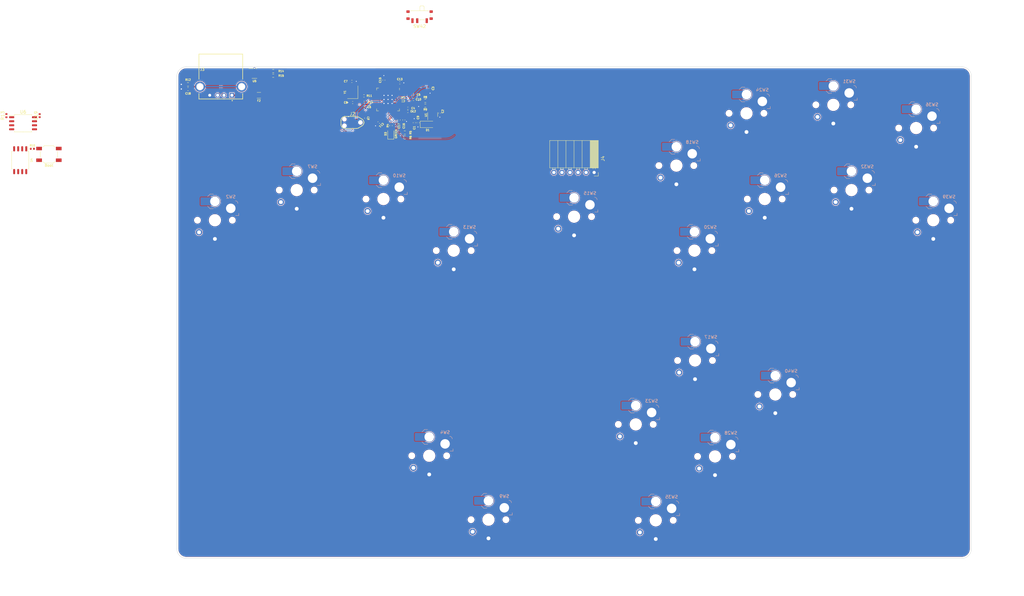
<source format=kicad_pcb>
(kicad_pcb (version 20221018) (generator pcbnew)
  (layers (0 "F.Cu" signal) (31 "B.Cu" signal) (34 "B.Paste" user) (35 "F.Paste" user) (36 "B.SilkS" user "B.Silkscreen") (37 "F.SilkS" user "F.Silkscreen") (38 "B.Mask" user) (39 "F.Mask" user) (44 "Edge.Cuts" user))
  (net 0 "")
  (net 1 "GND")
  (net 2 "+3V3")
  (net 3 "+5V")
  (net 4 "+1V1")
  (net 5 "XTAL_IN")
  (net 6 "/XTAL_O")
  (net 7 "Net-(D1-A)")
  (net 8 "3vCable")
  (net 9 "Net-(D3-A)")
  (net 10 "DATA")
  (net 11 "SWD")
  (net 12 "~{RESET}")
  (net 13 "SWCLK")
  (net 15 "PICO_LED")
  (net 16 "VBUS_SENSE")
  (net 17 "D+")
  (net 18 "/D_+")
  (net 19 "D-")
  (net 20 "/D_-")
  (net 21 "Net-(J3-Shield)")
  (net 22 "CS")
  (net 23 "XTAL_OUT")
  (net 24 "START")
  (net 26 "RIGHT")
  (net 27 "DOWN")
  (net 28 "LEFT")
  (net 29 "L")
  (net 30 "M1")
  (net 31 "M2")
  (net 33 "USBDBUS-")
  (net 35 "C_UP")
  (net 36 "C_LT")
  (net 37 "A")
  (net 38 "C_DN")
  (net 39 "C_RT")
  (net 40 "UP")
  (net 41 "MS")
  (net 42 "Z")
  (net 43 "LS")
  (net 44 "X")
  (net 45 "Y")
  (net 47 "B")
  (net 48 "R")
  (net 50 "SD3")
  (net 51 "QSPI_CLK")
  (net 52 "SD0")
  (net 53 "SD2")
  (net 54 "SD1")
  (net 55 "MB1")
  (net 56 "MB2")
  (net 57 "USBVBUS")
  (net 58 "USBDBUS+")
  (net 59 "USBD+")
  (net 60 "USBD-")
  (net 61 "Net-(R14-Pad1)")
  (net 62 "Net-(R15-Pad2)")
  (footprint "PCM_marbastlib-choc:SW_choc_v1_1u" (layer "F.Cu") (at 202.875825 36.338859)
    (fp_text reference "SW25" hide)
    (fp_text value "MX_SW_solder" hide)
  )
  (footprint "Resistor_SMD:R_0603_1608Metric" (layer "F.Cu") (at 26.7325 27.20875)
    (fp_text reference "R12")
    (fp_text value "1M")
  )
  (footprint "Capacitor_SMD:C_0402_1005Metric" (layer "F.Cu") (at 98.093113 39.3025 -90)
    (fp_text reference "C1")
    (fp_text value "1uF")
  )
  (footprint "PCM_marbastlib-choc:SW_choc_v1_1u" (layer "F.Cu") (at 35.216936 70.089677)
    (fp_text reference "SW3" hide)
    (fp_text value "MX_SW_solder" hide)
  )
  (footprint "Capacitor_SMD:C_0402_1005Metric" (layer "F.Cu") (at 86.90222 39.2685 -135)
    (fp_text reference "C11")
    (fp_text value "100nF")
  )
  (footprint "PCM_marbastlib-choc:SW_choc_v1_1u" (layer "F.Cu") (at 235.982189 60.57312)
    (fp_text reference "SW33" hide)
    (fp_text value "MX_SW_solder" hide)
  )
  (footprint "PCM_marbastlib-choc:SW_choc_v1_1u" (layer "F.Cu") (at 261.783063 70.089677)
    (fp_text reference "SW38" hide)
    (fp_text value "MX_SW_solder" hide)
  )
  (footprint "Capacitor_SMD:C_0402_1005Metric" (layer "F.Cu") (at 93.522095 26.72725)
    (fp_text reference "C13")
    (fp_text value "100nF")
  )
  (footprint "Capacitor_SMD:C_0402_1005Metric" (layer "F.Cu") (at 97.855863 31.9625)
    (fp_text reference "C10")
    (fp_text value "1uF")
  )
  (footprint "Resistor_SMD:R_0402_1005Metric" (layer "F.Cu") (at 82.234863 30.8195)
    (fp_text reference "R11")
    (fp_text value "1k")
  )
  (footprint "Capacitor_SMD:C_0402_1005Metric" (layer "F.Cu") (at 94.807863 38.4395 -90)
    (fp_text reference "C16")
    (fp_text value "100nF")
  )
  (footprint "Capacitor_SMD:C_0402_1005Metric" (layer "F.Cu") (at 82.234863 32.8515 180)
    (fp_text reference "C14")
    (fp_text value "100nF")
  )
  (footprint "Capacitor_SMD:C_0402_1005Metric" (layer "F.Cu") (at 93.283863 38.4395 -90)
    (fp_text reference "C17")
    (fp_text value "100nF")
  )
  (footprint "Capacitor_SMD:C_0402_1005Metric" (layer "F.Cu") (at 99.293113 39.3025 90)
    (fp_text reference "C9")
    (fp_text value "10uF")
  )
  (footprint "Capacitor_SMD:C_0402_1005Metric" (layer "F.Cu") (at 103.078113 28.4825 -90)
    (fp_text reference "C3")
    (fp_text value "100nF")
  )
  (footprint "PCM_marbastlib-choc:SW_choc_v1_1u" (layer "F.Cu") (at 61.017811 60.57312)
    (fp_text reference "SW6" hide)
    (fp_text value "MX_SW_solder" hide)
  )
  (footprint "PCM_marbastlib-choc:SW_choc_v1_1u" (layer "F.Cu") (at 186.463679 79.678947)
    (fp_text reference "SW21" hide)
    (fp_text value "MX_SW_solder" hide)
  )
  (footprint "Package_SO:SOIC-8_5.23x5.23mm_P1.27mm" (layer "F.Cu") (at -25.28 39.48)
    (fp_text reference "U6")
    (fp_text value "W25Q128JVS")
  )
  (footprint "PCM_marbastlib-choc:SW_choc_v1_1u" (layer "F.Cu") (at 167.953763 134.533816)
    (fp_text reference "SW22" hide)
    (fp_text value "MX_SW_solder" hide)
  )
  (footprint "PCM_marbastlib-various:CON_TC2030_outlined" (layer "F.Cu") (at 78.598113 39.2325 180)
    (fp_text reference "J2")
    (fp_text value "JTAG_TC2030")
  )
  (footprint "Connector_PinSocket_2.54mm:PinSocket_1x06_P2.54mm_Horizontal" (layer "F.Cu") (at 154.825 55.01 -90)
    (fp_text reference "J4")
    (fp_text value "Conn_01x06")
  )
  (footprint "Crystal:Crystal_SMD_3225-4Pin_3.2x2.5mm" (layer "F.Cu") (at 78.678863 29.6765 90)
    (fp_text reference "Y1")
    (fp_text value "12MHz")
  )
  (footprint "Resistor_SMD:R_0603_1608Metric" (layer "F.Cu") (at 95.113113 42.4125 180)
    (fp_text reference "R5")
    (fp_text value "5.6k")
  )
  (footprint "PCM_marbastlib-choc:SW_choc_v1_1u" (layer "F.Cu") (at 211.963852 125.087092)
    (fp_text reference "SW41" hide)
    (fp_text value "MX_SW_solder" hide)
  )
  (footprint "Resistor_SMD:R_0603_1608Metric" (layer "F.Cu") (at 53.61 24.47 180)
    (fp_text reference "R15")
    (fp_text value "22")
  )
  (footprint "Resistor_SMD:R_0402_1005Metric" (layer "F.Cu") (at -30.545 37.07 90)
    (fp_text reference "R13")
    (fp_text value "10k")
  )
  (footprint "Diode_SMD:D_SOD-123" (layer "F.Cu") (at 102.308113 39.8325)
    (fp_text reference "D1")
    (fp_text value "Schottky Diode")
  )
  (footprint "Capacitor_SMD:C_0402_1005Metric" (layer "F.Cu") (at 97.855863 30.4385)
    (fp_text reference "C5")
    (fp_text value "100nF")
  )
  (footprint "Capacitor_SMD:C_0402_1005Metric" (layer "F.Cu") (at 88.494799 25.873645 90)
    (fp_text reference "C15")
    (fp_text value "100nF")
  )
  (footprint "Resistor_SMD:R_0402_1005Metric" (layer "F.Cu") (at -22.36 47.54 180)
    (fp_text reference "R10")
    (fp_text value "10k")
  )
  (footprint "Capacitor_SMD:C_0402_1005Metric" (layer "F.Cu") (at 78.663095 32.95025)
    (fp_text reference "C8")
    (fp_text value "22pF")
  )
  (footprint "Capacitor_SMD:C_0402_1005Metric" (layer "F.Cu") (at 106.138113 36.2825 90)
    (fp_text reference "C2")
    (fp_text value "1uF")
  )
  (footprint "footprints:RP2040-QFN-56" (layer "F.Cu") (at 89.823113 31.9625 -90)
    (fp_text reference "U3")
    (fp_text value "RP2040")
  )
  (footprint "Resistor_SMD:R_0603_1608Metric" (layer "F.Cu") (at 101.578113 33.9225 180)
    (fp_text reference "R9")
    (fp_text value "27")
  )
  (footprint "USB1130-15-A:GCT_USB1130-15-A_REVA" (layer "F.Cu") (at 37.08 27.92875 180)
    (fp_text reference "J3")
    (fp_text value "USB_A")
  )
  (footprint "PCM_marbastlib-choc:SW_choc_v1_1u" (layer "F.Cu") (at 256.38124 40.987749)
    (fp_text reference "SW37" hide)
    (fp_text value "MX_SW_solder" hide)
  )
  (footprint "Capacitor_SMD:C_0402_1005Metric" (layer "F.Cu") (at -20.055 37.07 90)
    (fp_text reference "C19")
    (fp_text value "100nF")
  )
  (footprint "PCM_marbastlib-choc:SW_choc_v1_1u" (layer "F.Cu") (at 102.811398 144.437284)
    (fp_text reference "SW5" hide)
    (fp_text value "MX_SW_solder" hide)
  )
  (footprint "Package_TO_SOT_SMD:SOT-23" (layer "F.Cu") (at 103.898113 36.735 90)
    (fp_text reference "U1")
    (fp_text value "XC6206")
  )
  (footprint "Resistor_SMD:R_0402_1005Metric" (layer "F.Cu") (at 90.73 40.22278 -90)
    (fp_text reference "R4")
    (fp_text value "10k")
  )
  (footprint "PCM_marbastlib-choc:SW_choc_v1_1u" (layer "F.Cu") (at 208.62789 63.400195)
    (fp_text reference "SW27" hide)
    (fp_text value "MX_SW_solder" hide)
  )
  (footprint "LED_SMD:LED_0805_2012Metric" (layer "F.Cu") (at 90.7 42.83278 90)
    (fp_text reference "D3")
    (fp_text value "GREEN")
  )
  (footprint "PCM_marbastlib-choc:SW_choc_v1_1u" (layer "F.Cu") (at 88.372109 63.400195)
    (fp_text reference "SW11" hide)
    (fp_text value "MX_SW_solder" hide)
  )
  (footprint "Resistor_SMD:R_0603_1608Metric" (layer "F.Cu") (at 53.61 23.01)
    (fp_text reference "R14")
    (fp_text value "22")
  )
  (footprint "Button_Switch_SMD:SW_SPDT_PCM12" (layer "F.Cu") (at 99.775 5.67 180)
    (fp_text reference "SW42")
    (fp_text value "SW_SPDT")
  )
  (footprint "Capacitor_SMD:C_0603_1608Metric" (layer "F.Cu") (at 26.7325 28.66875 180)
    (fp_text reference "C18")
    (fp_text value "4.7uf")
  )
  (footprint "Resistor_SMD:R_0603_1608Metric" (layer "F.Cu") (at 101.578113 32.3925 180)
    (fp_text reference "R8")
    (fp_text value "27")
  )
  (footprint "PCM_marbastlib-choc:SW_choc_v1_1u" (layer "F.Cu") (at 186.642364 114.359918)
    (fp_text reference "SW16" hide)
    (fp_text value "MX_SW_solder" hide)
  )
  (footprint "PCM_marbastlib-choc:SW_choc_v1_1u" (layer "F.Cu") (at 192.945651 144.645282)
    (fp_text reference "SW29" hide)
    (fp_text value "MX_SW_solder" hide)
  )
  (footprint "Fuse:Fuse_1206_3216Metric" (layer "F.Cu") (at 49.1 30.65)
    (fp_text reference "F2")
    (fp_text value "500 mA")
  )
  (footprint "PCM_marbastlib-choc:SW_choc_v1_1u" (layer "F.Cu") (at 110.53632 79.678947)
    (fp_text reference "SW12" hide)
    (fp_text value "MX_SW_solder" hide)
  )
  (footprint "Package_TO_SOT_SMD:SOT-23-6" (layer "F.Cu") (at 47.6925 23.74875)
    (fp_text reference "U5")
    (fp_text value "USBLC6-2SC6")
  )
  (footprint "PCM_marbastlib-choc:SW_choc_v1_1u" (layer "F.Cu") (at 121.5 164.611183)
    (fp_text reference "SW8" hide)
    (fp_text value "MX_SW_solder" hide)
  )
  (footprint "Button_Switch_SMD:SW_SPST_SKQG_WithStem" (layer "F.Cu") (at -17.14 49.3 180)
    (fp_text reference "SW1" hide)
    (fp_text value "Boot")
  )
  (footprint "Capacitor_SMD:C_0402_1005Metric" (layer "F.Cu") (at 82.234863 34.3755 180)
    (fp_text reference "C6")
    (fp_text value "100nF")
  )
  (footprint "Capacitor_SMD:C_0402_1005Metric" (layer "F.Cu") (at 78.409095 26.2475 180)
    (fp_text reference "C7")
    (fp_text value "22pF")
  )
  (footprint "Capacitor_SMD:C_0402_1005Metric" (layer "F.Cu") (at 96.062095 35.74425)
    (fp_text reference "C12")
    (fp_text value "100nF")
  )
  (footprint "PCM_marbastlib-choc:SW_choc_v1_1u" (layer "F.Cu") (at 148.5 68.96)
    (fp_text reference "SW14" hide)
    (fp_text value "MX_SW_solder" hide)
  )
  (footprint "PCM_marbastlib-choc:SW_choc_v1_1u" (layer "F.Cu") (at 174.257052 164.819183)
    (fp_text reference "SW34" hide)
    (fp_text value "MX_SW_solder" hide)
  )
  (footprint "PCM_marbastlib-choc:SW_choc_v1_1u" (layer "F.Cu") (at 230.262548 33.664328)
    (fp_text reference "SW30" hide)
    (fp_text value "MX_SW_solder" hide)
  )
  (footprint "PCM_marbastlib-choc:SW_choc_v1_1u" (layer "F.Cu") (at 180.760071 52.845581)
    (fp_text reference "SW19" hide)
    (fp_text value "MX_SW_solder" hide)
  )
  (footprint "Resistor_SMD:R_0603_1608Metric" (layer "F.Cu") (at 95.113113 43.9525)
    (fp_text reference "R6")
    (fp_text value "10k")
  )
  (footprint "Capacitor_SMD:C_0402_1005Metric" (layer "F.Cu") (at 96.062095 34.72825)
    (fp_text reference "C4")
    (fp_text value "1uF")
  )
  (footprint "Resistor_SMD:R_0402_1005Metric" (layer "F.Cu") (at 82.788113 37.8825 90)
    (fp_text reference "R7")
    (fp_text value "10k")
  )
  (footprint "Package_SO:SOIC-8_5.23x5.23mm_P1.27mm" (layer "F.Cu") (at -26.19 51.14 -90)
    (fp_text reference "U4")
    (fp_text value "W25Q128JVS")
  )
  (footprint "PCM_marbastlib-choc:SW_choc_v1_HS_1u" (layer "B.Cu") (at 186.642364 114.359918)
    (fp_text reference "SW17")
    (fp_text value "MX_SW_HS" hide)
  )
  (footprint "PCM_marbastlib-choc:SW_choc_v1_HS_1u" (layer "B.Cu") (at 261.783063 70.089677)
    (fp_text reference "SW39")
    (fp_text value "MX_SW_HS" hide)
  )
  (footprint "PCM_marbastlib-choc:SW_choc_v1_HS_1u" (layer "B.Cu") (at 211.963852 125.087092)
    (fp_text reference "SW40")
    (fp_text value "MX_SW_HS" hide)
  )
  (footprint "PCM_marbastlib-choc:SW_choc_v1_HS_1u" (layer "B.Cu") (at 235.982189 60.57312)
    (fp_text reference "SW32")
    (fp_text value "MX_SW_HS" hide)
  )
  (footprint "PCM_marbastlib-choc:SW_choc_v1_HS_1u" (layer "B.Cu") (at 180.760071 52.845581)
    (fp_text reference "SW18")
    (fp_text value "MX_SW_HS" hide)
  )
  (footprint "PCM_marbastlib-choc:SW_choc_v1_HS_1u" (layer "B.Cu") (at 88.372109 63.400195)
    (fp_text reference "SW10")
    (fp_text value "MX_SW_HS" hide)
  )
  (footprint "PCM_marbastlib-choc:SW_choc_v1_HS_1u" (layer "B.Cu") (at 208.62789 63.400195)
    (fp_text reference "SW26")
    (fp_text value "MX_SW_HS" hide)
  )
  (footprint "PCM_marbastlib-choc:SW_choc_v1_HS_1u" (layer "B.Cu") (at 256.38124 40.987749)
    (fp_text reference "SW36")
    (fp_text value "MX_SW_HS" hide)
  )
  (footprint "PCM_marbastlib-choc:SW_choc_v1_HS_1u" (layer "B.Cu") (at 148.5 68.96)
    (fp_text reference "SW15")
    (fp_text value "MX_SW_HS" hide)
  )
  (footprint "PCM_marbastlib-choc:SW_choc_v1_HS_1u" (layer "B.Cu") (at 230.262548 33.664328)
    (fp_text reference "SW31")
    (fp_text value "MX_SW_HS" hide)
  )
  (footprint "PCM_marbastlib-choc:SW_choc_v1_HS_1u" (layer "B.Cu") (at 61.017811 60.57312)
    (fp_text reference "SW7")
    (fp_text value "MX_SW_HS" hide)
  )
  (footprint "PCM_marbastlib-choc:SW_choc_v1_HS_1u" (layer "B.Cu") (at 202.875825 36.338859)
    (fp_text reference "SW24")
    (fp_text value "MX_SW_HS" hide)
  )
  (footprint "PCM_marbastlib-choc:SW_choc_v1_HS_1u" (layer "B.Cu") (at 174.257052 164.819183)
    (fp_text reference "SW35")
    (fp_text value "MX_SW_HS" hide)
  )
  (footprint "PCM_marbastlib-choc:SW_choc_v1_HS_1u" (layer "B.Cu") (at 102.811398 144.437284)
    (fp_text reference "SW4")
    (fp_text value "MX_SW_HS" hide)
  )
  (footprint "PCM_marbastlib-choc:SW_choc_v1_HS_1u" (layer "B.Cu") (at 35.216936 70.089677)
    (fp_text reference "SW2")
    (fp_text value "MX_SW_HS" hide)
  )
  (footprint "PCM_marbastlib-choc:SW_choc_v1_HS_1u" (layer "B.Cu") (at 110.53632 79.678947)
    (fp_text reference "SW13")
    (fp_text value "MX_SW_HS" hide)
  )
  (footprint "PCM_marbastlib-choc:SW_choc_v1_HS_1u" (layer "B.Cu") (at 192.945651 144.645282)
    (fp_text reference "SW28")
    (fp_text value "MX_SW_HS" hide)
  )
  (footprint "PCM_marbastlib-choc:SW_choc_v1_HS_1u" (layer "B.Cu") (at 121.5 164.611183)
    (fp_text reference "SW9")
    (fp_text value "MX_SW_HS" hide)
  )
  (footprint "PCM_marbastlib-choc:SW_choc_v1_HS_1u" (layer "B.Cu") (at 186.463679 79.678947)
    (fp_text reference "SW20")
    (fp_text value "MX_SW_HS" hide)
  )
  (footprint "PCM_marbastlib-choc:SW_choc_v1_HS_1u" (layer "B.Cu") (at 167.953763 134.533816)
    (fp_text reference "SW23")
    (fp_text value "MX_SW_HS" hide)
  )
  (gr_arc (start 273.783063 173.819183) (mid 272.904387 175.940501) (end 270.783063 176.819183) (stroke (width 0.1)) (layer "Edge.Cuts"))
  (gr_line (start 26.216936 21.664328) (end 270.783063 21.664328) (stroke (width 0.1)) (layer "Edge.Cuts"))
  (gr_arc (start 23.216936 24.664328) (mid 24.095616 22.543008) (end 26.216936 21.664328) (stroke (width 0.1)) (layer "Edge.Cuts"))
  (gr_arc (start 26.216936 176.819183) (mid 24.095616 175.940503) (end 23.216936 173.819183) (stroke (width 0.1)) (layer "Edge.Cuts"))
  (gr_line (start 273.783063 24.664328) (end 273.783063 173.819183) (stroke (width 0.1)) (layer "Edge.Cuts"))
  (gr_arc (start 270.783063 21.664328) (mid 272.904383 22.543008) (end 273.783063 24.664328) (stroke (width 0.1)) (layer "Edge.Cuts"))
  (gr_line (start 26.216936 176.819183) (end 270.783063 176.819183) (stroke (width 0.1)) (layer "Edge.Cuts"))
  (gr_line (start 23.216936 24.664328) (end 23.216936 173.819183) (stroke (width 0.1)) (layer "Edge.Cuts"))
  (via (at 80.822095 33.58525) (size 0.6) (drill 0.3) (layers "F.Cu" "B.Cu") (net 0))
  (segment (start 25.9075 28.61875) (end 25.9575 28.66875) (width 0.5) (layer "F.Cu") (net 1))
  (segment (start 85.88622 40.2845) (end 86.562809 39.607911) (width 0.2) (layer "F.Cu") (net 1))
  (segment (start 47.675 23.15) (end 47.675 22.125) (width 0.5) (layer "F.Cu") (net 1))
  (segment (start 86.385613 30.9625) (end 85.664584 30.9625) (width 0.2) (layer "F.Cu") (net 1))
  (segment (start 46.555 23.74875) (end 47.116028 23.74875) (width 0.5) (layer "F.Cu") (net 1))
  (segment (start 77.328113 38.5975) (end 77.328113 37.395239) (width 0.25) (layer "F.Cu") (net 1))
  (segment (start 78.183095 32.95025) (end 77.139095 32.95025) (width 0.381) (layer "F.Cu") (net 1))
  (segment (start 103.078113 28.9625) (end 103.078113 29.9725) (width 0.5) (layer "F.Cu") (net 1))
  (segment (start 98.093113 38.8225) (end 98.093113 38.0425) (width 0.5) (layer "F.Cu") (net 1))
  (segment (start 78.183095 32.95025) (end 78.183095 31.130732) (width 0.381) (layer "F.Cu") (net 1))
  (segment (start 25.9075 27.20875) (end 24.6225 27.20875) (width 0.5) (layer "F.Cu") (net 1))
  (segment (start 84.920772 30.654403) (end 81.014294 26.747925) (width 0.2) (layer "F.Cu") (net 1))
  (segment (start 106.138113 37.5425) (end 106.148113 37.5525) (width 0.5) (layer "F.Cu") (net 1))
  (segment (start 99.293113 38.8225) (end 98.093113 38.8225) (width 0.5) (layer "F.Cu") (net 1))
  (segment (start 79.806095 26.2475) (end 78.889095 26.2475) (width 0.381) (layer "F.Cu") (net 1))
  (segment (start 88.494799 25.393645) (end 88.494799 24.436804) (width 0.381) (layer "F.Cu") (net 1))
  (segment (start 25.9575 28.66875) (end 24.6325 28.66875) (width 0.5) (layer "F.Cu") (net 1))
  (segment (start 95.648113 38.91925) (end 94.808113 38.91925) (width 0.381) (layer "F.Cu") (net 1))
  (segment (start 98.335863 30.4385) (end 98.335863 31.9625) (width 0.5) (layer "F.Cu") (net 1))
  (segment (start 94.002095 26.72725) (end 94.792095 26.72725) (width 0.381) (layer "F.Cu") (net 1))
  (segment (start 98.093113 38.0425) (end 98.083113 38.0325) (width 0.5) (layer "F.Cu") (net 1))
  (segment (start 47.675 23.189778) (end 47.675 23.15) (width 0.5) (layer "F.Cu") (net 1))
  (segment (start 94.807863 38.9195) (end 93.283863 38.9195) (width 0.381) (layer "F.Cu") (net 1))
  (segment (start 106.138113 36.7625) (end 106.138113 37.5425) (width 0.5) (layer "F.Cu") (net 1))
  (segment (start 96.542095 35.74425) (end 97.459095 35.74425) (width 0.2) (layer "F.Cu") (net 1))
  (segment (start 25.9075 27.20875) (end 25.9075 28.61875) (width 0.5) (layer "F.Cu") (net 1))
  (segment (start 77.828863 30.529522) (end 79.528863 28.829522) (width 0.254) (layer "F.Cu") (net 1))
  (segment (start 47.116028 23.74875) (end 47.675 23.189778) (width 0.5) (layer "F.Cu") (net 1))
  (via (at 99.47522 34.1885) (size 0.6) (drill 0.3) (layers "F.Cu" "B.Cu") (net 1))
  (via (at 88.494799 24.436804) (size 0.6) (drill 0.3) (layers "F.Cu" "B.Cu") (net 1))
  (via (at 47.675 22.125) (size 0.6) (drill 0.3) (layers "F.Cu" "B.Cu") (net 1))
  (via (at 24.6225 27.20875) (size 0.8) (drill 0.4) (layers "F.Cu" "B.Cu") (net 1))
  (via (at 95.648113 38.91925) (size 0.6) (drill 0.3) (layers "F.Cu" "B.Cu") (net 1))
  (via (at 99.47522 32.2835) (size 0.6) (drill 0.3) (layers "F.Cu" "B.Cu") (net 1))
  (via (at 99.243113 40.6425) (size 0.6) (drill 0.3) (layers "F.Cu" "B.Cu") (net 1))
  (via (at 77.139095 32.95025) (size 0.6) (drill 0.3) (layers "F.Cu" "B.Cu") (net 1))
  (via (at 77.328113 37.395239) (size 0.6) (drill 0.3) (layers "F.Cu" "B.Cu") (net 1))
  (via (at 98.983095 31.17225) (size 0.6) (drill 0.3) (layers "F.Cu" "B.Cu") (net 1))
  (via (at 79.806095 26.2475) (size 0.6) (drill 0.3) (layers "F.Cu" "B.Cu") (net 1))
  (via (at 103.088113 29.9825) (size 0.6) (drill 0.3) (layers "F.Cu" "B.Cu") (net 1))
  (via (at 97.459095 35.74425) (size 0.6) (drill 0.3) (layers "F.Cu" "B.Cu") (net 1))
  (via (at 94.792095 26.72725) (size 0.6) (drill 0.3) (layers "F.Cu" "B.Cu") (net 1))
  (via (at 85.88622 40.2845) (size 0.6) (drill 0.3) (layers "F.Cu" "B.Cu") (net 1))
  (via (at 24.6325 28.66875) (size 0.8) (drill 0.4) (layers "F.Cu" "B.Cu") (net 1))
  (via (at 106.148113 37.5525) (size 0.6) (drill 0.3) (layers "F.Cu" "B.Cu") (net 1))
  (via (at 98.083113 38.0325) (size 0.6) (drill 0.3) (layers "F.Cu" "B.Cu") (net 1))
  (arc (start 85.664584 30.9625) (mid 85.262036 30.882428) (end 84.920772 30.654403) (width 0.2) (layer "F.Cu") (net 1))
  (arc (start 79.806095 26.2475) (mid 80.459997 26.377556) (end 81.014294 26.747925) (width 0.2) (layer "F.Cu") (net 1))
  (segment (start 88.548113 30.6875) (end 88.848113 30.9875) (width 0.635) (layer "B.Cu") (net 1))
  (segment (start 88.848113 30.9875) (end 88.848113 32.9375) (width 0.635) (layer "B.Cu") (net 1))
  (segment (start 88.548113 33.2375) (end 91.098113 33.2375) (width 0.635) (layer "B.Cu") (net 1))
  (segment (start 89.823113 33.2375) (end 89.823113 30.6875) (width 0.635) (layer "B.Cu") (net 1))
  (segment (start 91.098113 31.9625) (end 88.548113 31.9625) (width 0.635) (layer "B.Cu") (net 1))
  (segment (start 88.848113 32.9375) (end 88.548113 33.2375) (width 0.635) (layer "B.Cu") (net 1))
  (segment (start 88.548113 30.6875) (end 91.098113 30.6875) (width 0.635) (layer "B.Cu") (net 1))
  (segment (start 91.098113 33.2375) (end 91.098113 30.6875) (width 0.635) (layer "B.Cu") (net 1))
  (segment (start 95.582095 35.74425) (end 95.582095 36.572991) (width 0.5) (layer "F.Cu") (net 2))
  (segment (start 92.423113 34.53075) (end 92.394863 34.5025) (width 0.2) (layer "F.Cu") (net 2))
  (segment (start 92.423113 35.4) (end 92.423113 34.53075) (width 0.2) (layer "F.Cu") (net 2))
  (segment (start 100.658113 39.8325) (end 98.143113 39.8325) (width 0.5) (layer "F.Cu") (net 2))
  (segment (start 94.172863 32.3435) (end 94.10902 32.279657) (width 0.2) (layer "F.Cu") (net 2))
  (segment (start 96.855113 32.18825) (end 97.080863 31.9625) (width 0.2) (layer "F.Cu") (net 2))
  (segment (start 93.283863 37.6645) (end 93.283863 37.9595) (width 0.381) (layer "F.Cu") (net 2))
  (segment (start 88.823113 28.525) (end 88.823113 27.92778) (width 0.2) (layer "F.Cu") (net 2))
  (segment (start 94.693238 34.855393) (end 95.582095 35.74425) (width 0.2) (layer "F.Cu") (net 2))
  (segment (start 88.823113 27.92778) (end 88.823113 27.575893) (width 0.2) (layer "F.Cu") (net 2))
  (segment (start 93.260613 34.5625) (end 92.461863 34.5625) (width 0.2) (layer "F.Cu") (net 2))
  (segment (start 92.394863 34.5025) (end 92.734863 34.1625) (width 0.2) (layer "F.Cu") (net 2))
  (segment (start 94.175713 32.34065) (end 94.172863 32.3435) (width 0.2) (layer "F.Cu") (net 2))
  (segment (start 92.423113 29.692268) (end 92.506095 29.77525) (width 0.2) (layer "F.Cu") (net 2))
  (segment (start 92.423113 35.4) (end 92.423113 36.389536) (width 0.2) (layer "F.Cu") (net 2))
  (segment (start 83.616095 32.31525) (end 83.079845 32.8515) (width 0.5) (layer "F.Cu") (net 2))
  (segment (start 86.385613 32.1625) (end 87.114863 32.1625) (width 0.2) (layer "F.Cu") (net 2))
  (segment (start 93.260613 32.5625) (end 92.666863 32.5625) (width 0.2) (layer "F.Cu") (net 2))
  (segment (start 83.616095 32.31525) (end 83.768845 32.1625) (width 0.2) (layer "F.Cu") (net 2))
  (segment (start 93.260613 32.1625) (end 92.404845 32.1625) (width 0.2) (layer "F.Cu") (net 2))
  (segment (start 92.404845 32.1625) (end 92.379095 32.18825) (width 0.2) (layer "F.Cu") (net 2))
  (segment (start 93.260613 34.5625) (end 93.986131 34.5625) (width 0.2) (layer "F.Cu") (net 2))
  (segment (start 83.768845 32.1625) (end 86.385613 32.1625) (width 0.2) (layer "F.Cu") (net 2))
  (segment (start 93.260613 32.5625) (end 93.788178 32.5625) (width 0.2) (layer "F.Cu") (net 2))
  (segment (start 101.735852 41.076847) (end 100.658113 39.999108) (width 0.5) (layer "F.Cu") (net 2))
  (segment (start 92.423113 28.525) (end 92.423113 27.760446) (width 0.2) (layer "F.Cu") (net 2))
  (segment (start 88.475 27.22778) (end 88.475 26.392661) (width 0.381) (layer "F.Cu") (net 2))
  (segment (start 96.241541 38.165035) (end 97.859006 39.7825) (width 0.5) (layer "F.Cu") (net 2))
  (segment (start 92.716006 37.096643) (end 93.283863 37.6645) (width 0.2) (layer "F.Cu") (net 2))
  (segment (start 98.143113 39.8325) (end 98.093113 39.7825) (width 0.5) (layer "F.Cu") (net 2))
  (segment (start 93.826178 32.1625) (end 93.260613 32.1625) (width 0.2) (layer "F.Cu") (net 2))
  (segment (start 100.658113 39.999108) (end 100.658113 39.8325) (width 0.5) (layer "F.Cu") (net 2))
  (segment (start 93.260613 34.1625) (end 93.660613 34.5625) (width 0.2) (layer "F.Cu") (net 2))
  (segment (start 79.848113 37.795239) (end 79.848113 38.5775) (width 0.5) (layer "F.Cu") (net 2))
  (segment (start 88.823113 35.4) (end 88.823113 36.988388) (width 0.2) (layer "F.Cu") (net 2))
  (segment (start 92.423113 28.525) (end 92.423113 29.692268) (width 0.2) (layer "F.Cu") (net 2))
  (segment (start 80.96658 38.1425) (end 82.184651 38.1425) (width 0.5) (layer "F.Cu") (net 2))
  (segment (start 88.569095 37.601625) (end 87.241631 38.929089) (width 0.381) (layer "F.Cu") (net 2))
  (segment (start 102.048113 28.0025) (end 103.078113 28.0025) (width 0.5) (layer "F.Cu") (net 2))
  (segment (start 96.443095 32.18825) (end 96.855113 32.18825) (width 0.2) (layer "F.Cu") (net 2))
  (segment (start 88.823113 29.27975) (end 88.838863 29.2955) (width 0.2) (layer "F.Cu") (net 2))
  (segment (start 92.734863 34.1625) (end 93.260613 34.1625) (width 0.2) (layer "F.Cu") (net 2))
  (segment (start 83.079845 32.8515) (end 82.714863 32.8515) (width 0.5) (layer "F.Cu") (net 2))
  (segment (start 92.461863 34.5625) (end 92.394863 34.6295) (width 0.2) (layer "F.Cu") (net 2))
  (segment (start 97.859006 39.7825) (end 98.093113 39.7825) (width 0.5) (layer "F.Cu") (net 2))
  (segment (start 88.823113 27.575893) (end 88.475 27.22778) (width 0.2) (layer "F.Cu") (net 2))
  (segment (start 94.807863 37.9595) (end 93.283863 37.9595) (width 0.381) (layer "F.Cu") (net 2))
  (segment (start 94.071021 32.445342) (end 94.172863 32.3435) (width 0.2) (layer "F.Cu") (net 2))
  (segment (start 88.823113 28.525) (end 88.823113 29.27975) (width 0.2) (layer "F.Cu") (net 2))
  (segment (start 105.588113 42.2125) (end 104.687428 42.2125) (width 0.5) (layer "F.Cu") (net 2))
  (segment (start 96.443095 32.18825) (end 96.290695 32.34065) (width 0.2) (layer "F.Cu") (net 2))
  (segment (start 96.290695 32.34065) (end 94.175713 32.34065) (width 0.2) (layer "F.Cu") (net 2))
  (segment (start 88.823113 35.4) (end 88.823113 34.5275) (width 0.2) (layer "F.Cu") (net 2))
  (segment (start 92.716006 27.053339) (end 93.042095 26.72725) (width 0.2) (layer "F.Cu") (net 2))
  (via (at 102.048113 28.0025) (size 0.6) (drill 0.3) (layers "F.Cu" "B.Cu") (net 2))
  (via (at 96.443095 32.18825) (size 0.6) (drill 0.3) (layers "F.Cu" "B.Cu") (net 2))
  (via (at 83.616095 32.31525) (size 0.6) (drill 0.3) (layers "F.Cu" "B.Cu") (net 2))
  (via (at 79.848113 37.795239) (size 0.6) (drill 0.3) (layers "F.Cu" "B.Cu") (net 2))
  (arc (start 104.687428 42.2125) (mid 103.106689 41.918194) (end 101.735852 41.076847) (width 0.5) (layer "F.Cu") (net 2))
  (arc (start 92.423113 36.389536) (mid 92.499233 36.772219) (end 92.716006 37.096643) (width 0.2) (layer "F.Cu") (net 2))
  (arc (start 92.716006 27.053339) (mid 92.499233 27.377762) (end 92.423113 27.760446) (width 0.2) (layer "F.Cu") (net 2))
  (arc (start 80.96658 38.1425) (mid 80.372094 38.260751) (end 79.868113 38.5975) (width 0.5) (layer "F.Cu") (net 2))
  (arc (start 93.788178 32.5625) (mid 93.941252 32.532052) (end 94.071021 32.445342) (width 0.2) (layer "F.Cu") (net 2))
  (arc (start 82.788113 38.3925) (mid 82.511208 38.207457) (end 82.184651 38.1425) (width 0.5) (layer "F.Cu") (net 2))
  (arc (start 94.693238 34.855393) (mid 94.368815 34.63862) (end 93.986131 34.5625) (width 0.2) (layer "F.Cu") (net 2))
  (arc (start 93.826178 32.1625) (mid 93.979251 32.192948) (end 94.10902 32.279657) (width 0.2) (layer "F.Cu") (net 2))
  (arc (start 96.241541 38.165035) (mid 95.753479 37.434599) (end 95.582095 36.572991) (width 0.5) (layer "F.Cu") (net 2))
  (arc (start 88.569095 37.601625) (mid 88.7571 37.320262) (end 88.823113 36.988388) (width 0.2) (layer "F.Cu") (net 2))
  (segment (start 79.848113 36.497446) (end 79.848113 37.795239) (width 0.5) (layer "B.Cu") (net 2))
  (segment (start 83.616095 32.31525) (end 80.141006 35.790339) (width 0.5) (layer "B.Cu") (net 2))
  (segment (start 99.625275 29.00607) (end 96.443095 32.18825) (width 0.5) (layer "B.Cu") (net 2))
  (arc (start 80.141006 35.790339) (mid 79.924233 36.114762) (end 79.848113 36.497446) (width 0.5) (layer "B.Cu") (net 2))
  (arc (start 102.048113 28.0025) (mid 100.736881 28.263319) (end 99.625275 29.00607) (width 0.5) (layer "B.Cu") (net 2))
  (segment (start 98.500905 43.185292) (end 98.255321 42.939708) (width 0.5) (layer "F.Cu") (net 3))
  (segment (start 106.388113 43.7125) (end 99.773697 43.7125) (width 0.5) (layer "F.Cu") (net 3))
  (segment (start 107.388113 37.4925) (end 107.388113 37.1225) (width 0.5) (layer "F.Cu") (net 3))
  (segment (start 107.398113 36.7875) (end 107.388113 36.7975) (width 0.2) (layer "F.Cu") (net 3))
  (segment (start 96.982529 42.4125) (end 95.938113 42.4125) (width 0.5) (layer "F.Cu") (net 3))
  (segment (start 107.388113 37.1225) (end 107.388113 42.7125) (width 0.5) (layer "F.Cu") (net 3))
  (segment (start 106.388113 35.7975) (end 103.898113 35.7975) (width 0.5) (layer "F.Cu") (net 3))
  (segment (start 107.388113 37.1225) (end 107.388113 36.7975) (width 0.5) (layer "F.Cu") (net 3))
  (arc (start 98.500905 43.185292) (mid 99.084867 43.575483) (end 99.773697 43.7125) (width 0.5) (layer "F.Cu") (net 3))
  (arc (start 98.255321 42.939708) (mid 97.671359 42.549517) (end 96.982529 42.4125) (width 0.5) (layer "F.Cu") (net 3))
  (arc (start 107.388113 42.7125) (mid 107.09522 43.419607) (end 106.388113 43.7125) (width 0.5) (layer "F.Cu") (net 3))
  (arc (start 106.388113 35.7975) (mid 107.09522 36.090393) (end 107.388113 36.7975) (width 0.5) (layer "F.Cu") (net 3))
  (segment (start 82.761335 34.3755) (end 82.714863 34.3755) (width 0.2) (layer "F.Cu") (net 4))
  (segment (start 93.260613 33.7625) (end 92.416863 33.7625) (width 0.2) (layer "F.Cu") (net 4))
  (segment (start 86.385613 32.5625) (end 85.237077 32.5625) (width 0.2) (layer "F.Cu") (net 4))
  (segment (start 95.101649 31.7625) (end 93.260613 31.7625) (width 0.2) (layer "F.Cu") (net 4))
  (segment (start 84.52997 32.855393) (end 83.185621 34.199742) (width 0.2) (layer "F.Cu") (net 4))
  (segment (start 82.714863 35.224018) (end 82.714863 34.3755) (width 0.5) (layer "F.Cu") (net 4))
  (segment (start 93.260613 33.7625) (end 93.891826 33.7625) (width 0.2) (layer "F.Cu") (net 4))
  (segment (start 95.128658 34.274813) (end 95.582095 34.72825) (width 0.2) (layer "F.Cu") (net 4))
  (segment (start 82.727095 35.23625) (end 82.714863 35.224018) (width 0.5) (layer "F.Cu") (net 4))
  (segment (start 95.950863 31.3275) (end 95.808756 31.469607) (width 0.2) (layer "F.Cu") (net 4))
  (segment (start 92.416863 33.7625) (end 92.267863 33.6135) (width 0.2) (layer "F.Cu") (net 4))
  (segment (start 95.950863 31.3275) (end 96.669479 30.608884) (width 0.381) (layer "F.Cu") (net 4))
  (via (at 82.727095 35.23625) (size 0.6) (drill 0.3) (layers "F.Cu" "B.Cu") (net 4))
  (via (at 91.960863 32.69625) (size 0.6) (drill 0.35) (layers "F.Cu" "B.Cu") (net 4))
  (via (at 87.723613 32.56925) (size 0.6) (drill 0.35) (layers "F.Cu" "B.Cu") (net 4))
  (via (at 95.950863 31.3275) (size 0.6) (drill 0.3) (layers "F.Cu" "B.Cu") (net 4))
  (arc (start 95.128658 34.274813) (mid 94.561195 33.895646) (end 93.891826 33.7625) (width 0.2) (layer "F.Cu") (net 4))
  (arc (start 83.185621 34.199742) (mid 82.990952 34.329818) (end 82.761335 34.3755) (width 0.2) (layer "F.Cu") (net 4))
  (arc (start 84.52997 32.855393) (mid 84.854393 32.63862) (end 85.237077 32.5625) (width 0.2) (layer "F.Cu") (net 4))
  (arc (start 95.808756 31.469607) (mid 95.484333 31.68638) (end 95.101649 31.7625) (width 0.2) (layer "F.Cu") (net 4))
  (arc (start 96.669479 30.608884) (mid 96.858205 30.482782) (end 97.080863 30.4385) (width 0.381) (layer "F.Cu") (net 4))
  (segment (start 91.960863 32.69625) (end 93.03672 31.620393) (width 0.381) (layer "B.Cu") (net 4))
  (segment (start 87.723613 32.56925) (end 85.090327 32.56925) (width 0.381) (layer "B.Cu") (net 4))
  (segment (start 84.38322 32.862143) (end 83.019988 34.225375) (width 0.381) (layer "B.Cu") (net 4))
  (segment (start 93.743827 31.3275) (end 95.950863 31.3275) (width 0.381) (layer "B.Cu") (net 4))
  (segment (start 82.727095 34.932482) (end 82.727095 35.23625) (width 0.381) (layer "B.Cu") (net 4))
  (arc (start 84.38322 32.862143) (mid 84.707643 32.64537) (end 85.090327 32.56925) (width 0.381) (layer "B.Cu") (net 4))
  (arc (start 93.03672 31.620393) (mid 93.361143 31.40362) (end 93.743827 31.3275) (width 0.381) (layer "B.Cu") (net 4))
  (arc (start 83.019988 34.225375) (mid 82.803215 34.549798) (end 82.727095 34.932482) (width 0.381) (layer "B.Cu") (net 4))
  (segment (start 84.769402 31.068039) (end 81.462396 27.761033) (width 0.2) (layer "F.Cu") (net 5))
  (segment (start 77.929095 26.2475) (end 77.929095 28.476268) (width 0.2) (layer "F.Cu") (net 5))
  (segment (start 78.544558 27.778805) (end 77.828863 28.4945) (width 0.2) (layer "F.Cu") (net 5))
  (segment (start 80.261246 27.2635) (end 79.788615 27.2635) (width 0.2) (layer "F.Cu") (net 5))
  (segment (start 86.385613 31.3625) (end 85.480294 31.3625) (width 0.2) (layer "F.Cu") (net 5))
  (arc (start 85.480294 31.3625) (mid 85.095562 31.285972) (end 84.769402 31.068039) (width 0.2) (layer "F.Cu") (net 5))
  (arc (start 80.261246 27.2635) (mid 80.911304 27.392805) (end 81.462396 27.761033) (width 0.2) (layer "F.Cu") (net 5))
  (arc (start 79.788615 27.2635) (mid 79.115336 27.397423) (end 78.544558 27.778805) (width 0.2) (layer "F.Cu") (net 5))
  (segment (start 79.571863 30.8195) (end 81.724863 30.8195) (width 0.2) (layer "F.Cu") (net 6))
  (segment (start 79.143095 32.95025) (end 79.143095 31.162268) (width 0.2) (layer "F.Cu") (net 6))
  (segment (start 104.10755 39.800732) (end 103.989881 39.800732) (width 0.5) (layer "F.Cu") (net 7))
  (segment (start 104.848113 37.6725) (end 104.848113 38.8325) (width 0.5) (layer "F.Cu") (net 7))
  (segment (start 103.989881 39.800732) (end 103.958113 39.8325) (width 0.5) (layer "F.Cu") (net 7))
  (arc (start 104.848113 38.8325) (mid 104.641466 39.441261) (end 104.10755 39.800732) (width 0.5) (layer "F.Cu") (net 7))
  (segment (start 90.73 41.86528) (end 90.7 41.89528) (width 0.2) (layer "F.Cu") (net 9))
  (segment (start 90.73 40.73278) (end 90.73 41.86528) (width 0.2) (layer "F.Cu") (net 9))
  (segment (start 91.916006 37.318215) (end 92.04522 37.447429) (width 0.2) (layer "F.Cu") (net 10))
  (segment (start 91.623113 35.4) (end 91.623113 36.611108) (width 0.2) (layer "F.Cu") (net 10))
  (segment (start 92.338113 38.154536) (end 92.338113 38.9425) (width 0.2) (layer "F.Cu") (net 10))
  (via (at 92.350113 38.905614) (size 0.6) (drill 0.3) (layers "F.Cu" "B.Cu") (net 10))
  (arc (start 91.623113 36.611108) (mid 91.699233 36.993791) (end 91.916006 37.318215) (width 0.2) (layer "F.Cu") (net 10))
  (arc (start 92.338113 38.154536) (mid 92.261993 37.771853) (end 92.04522 37.447429) (width 0.2) (layer "F.Cu") (net 10))
  (segment (start 94.269434 43.543821) (end 93.767712 43.042099) (width 0.25) (layer "B.Cu") (net 10))
  (segment (start 107.887501 44.4225) (end 96.390754 44.4225) (width 0.25) (layer "B.Cu") (net 10))
  (segment (start 92.338113 39.590741) (end 92.338113 38.9425) (width 0.25) (layer "B.Cu") (net 10))
  (arc (start 110.790627 43.219986) (mid 109.458661 44.109977) (end 107.887501 44.4225) (width 0.25) (layer "B.Cu") (net 10))
  (arc (start 93.767712 43.042099) (mid 92.709653 41.458602) (end 92.338113 39.590741) (width 0.25) (layer "B.Cu") (net 10))
  (arc (start 96.390754 44.4225) (mid 95.242704 44.194139) (end 94.269434 43.543821) (width 0.25) (layer "B.Cu") (net 10))
  (segment (start 82.296382 36.795739) (end 75.929142 36.795739) (width 0.2) (layer "F.Cu") (net 11))
  (segment (start 75.221981 37.088632) (end 75.207047 37.103566) (width 0.2) (layer "F.Cu") (net 11))
  (segment (start 77.887686 42.3225) (end 78.657097 42.3225) (width 0.2) (layer "F.Cu") (net 11))
  (segment (start 84.95594 33.655391) (end 84.928349 33.682982) (width 0.2) (layer "F.Cu") (net 11))
  (segment (start 79.738113 41.178286) (end 79.738113 39.8425) (width 0.2) (layer "F.Cu") (net 11))
  (segment (start 84.595055 34.487564) (end 84.595055 34.609667) (width 0.2) (layer "F.Cu") (net 11))
  (segment (start 79.256319 42.074294) (end 79.44522 41.885393) (width 0.2) (layer "F.Cu") (net 11))
  (segment (start 75.241252 40.825639) (end 75.925242 41.509629) (width 0.2) (layer "F.Cu") (net 11))
  (segment (start 84.175295 35.623056) (end 83.501992 36.296359) (width 0.2) (layer "F.Cu") (net 11))
  (segment (start 86.385613 33.3625) (end 85.663045 33.3625) (width 0.2) (layer "F.Cu") (net 11))
  (segment (start 74.608113 38.54952) (end 74.608113 39.297107) (width 0.2) (layer "F.Cu") (net 11))
  (arc (start 83.501992 36.296359) (mid 82.948853 36.665954) (end 82.296382 36.795739) (width 0.2) (layer "F.Cu") (net 11))
  (arc (start 74.608113 39.297107) (mid 74.77266 40.124343) (end 75.241252 40.825639) (width 0.2) (layer "F.Cu") (net 11))
  (arc (start 75.207047 37.103566) (mid 74.763771 37.766975) (end 74.608113 38.54952) (width 0.2) (layer "F.Cu") (net 11))
  (arc (start 78.657097 42.3225) (mid 78.981394 42.257993) (end 79.256319 42.074294) (width 0.2) (layer "F.Cu") (net 11))
  (arc (start 84.928349 33.682982) (mid 84.681676 34.052123) (end 84.595055 34.487564) (width 0.2) (layer "F.Cu") (net 11))
  (arc (start 84.595055 34.609667) (mid 84.485963 35.158109) (end 84.175295 35.623056) (width 0.2) (layer "F.Cu") (net 11))
  (arc (start 75.925242 41.509629) (mid 76.825619 42.111241) (end 77.887686 42.3225) (width 0.2) (layer "F.Cu") (net 11))
  (arc (start 75.929142 36.795739) (mid 75.546419 36.871865) (end 75.221981 37.088632) (width 0.2) (layer "F.Cu") (net 11))
  (arc (start 79.44522 41.885393) (mid 79.661993 41.560969) (end 79.738113 41.178286) (width 0.2) (layer "F.Cu") (net 11))
  (arc (start 84.95594 33.655391) (mid 85.280363 33.43862) (end 85.663045 33.3625) (width 0.2) (layer "F.Cu") (net 11))
  (segment (start 78.598113 37.884267) (end 78.598113 38.5975) (width 0.2) (layer "F.Cu") (net 12))
  (segment (start 85.46451 33.960357) (end 85.264037 34.16083) (width 0.2) (layer "F.Cu") (net 12))
  (segment (start 86.385613 33.7625) (end 85.94218 33.7625) (width 0.2) (layer "F.Cu") (net 12))
  (segment (start 78.862377 37.371475) (end 78.773849 37.460003) (width 0.2) (layer "F.Cu") (net 12))
  (segment (start 84.566988 35.843625) (end 83.692566 36.718047) (width 0.2) (layer "F.Cu") (net 12))
  (segment (start 82.539315 37.195739) (end 79.286641 37.195739) (width 0.2) (layer "F.Cu") (net 12))
  (arc (start 84.994575 34.811368) (mid 85.064606 34.459299) (end 85.264037 34.16083) (width 0.2) (layer "F.Cu") (net 12))
  (arc (start 79.286641 37.195739) (mid 79.057031 37.241411) (end 78.862377 37.371475) (width 0.2) (layer "F.Cu") (net 12))
  (arc (start 82.539315 37.195739) (mid 83.16345 37.071591) (end 83.692566 36.718047) (width 0.2) (layer "F.Cu") (net 12))
  (arc (start 85.94218 33.7625) (mid 85.683667 33.813921) (end 85.46451 33.960357) (width 0.2) (layer "F.Cu") (net 12))
  (arc (start 84.994575 34.811368) (mid 84.883449 35.370009) (end 84.566988 35.843625) (width 0.2) (layer "F.Cu") (net 12))
  (arc (start 78.773849 37.460003) (mid 78.643785 37.654657) (end 78.598113 37.884267) (width 0.2) (layer "F.Cu") (net 12))
  (segment (start 75.085421 41.51763) (end 75.294202 41.726411) (width 0.2) (layer "F.Cu") (net 13))
  (segment (start 75.022881 36.722046) (end 74.858132 36.886795) (width 0.2) (layer "F.Cu") (net 13))
  (segment (start 83.876766 35.356579) (end 83.29904 35.934305) (width 0.2) (layer "F.Cu") (net 13))
  (segment (start 74.208113 38.456081) (end 74.208113 39.39962) (width 0.2) (layer "F.Cu") (net 13))
  (segment (start 78.598113 41.693) (end 78.628113 41.723) (width 0.2) (layer "F.Cu") (net 13))
  (segment (start 86.385613 32.9625) (end 85.498043 32.9625) (width 0.2) (layer "F.Cu") (net 13))
  (segment (start 78.598113 39.8675) (end 78.598113 41.693) (width 0.2) (layer "F.Cu") (net 13))
  (segment (start 84.790935 33.255395) (end 84.626075 33.420255) (width 0.2) (layer "F.Cu") (net 13))
  (segment (start 84.195535 34.459675) (end 84.195535 34.587002) (width 0.2) (layer "F.Cu") (net 13))
  (segment (start 82.183881 36.396219) (end 75.809498 36.396219) (width 0.2) (layer "F.Cu") (net 13))
  (via (at 78.628113 41.723) (size 0.6) (drill 0.3) (layers "F.Cu" "B.Cu") (net 13))
  (via (at 75.294202 41.726411) (size 0.6) (drill 0.3) (layers "F.Cu" "B.Cu") (net 13))
  (arc (start 74.208113 39.39962) (mid 74.436118 40.545879) (end 75.085421 41.51763) (width 0.2) (layer "F.Cu") (net 13))
  (arc (start 84.195535 34.587002) (mid 84.11269 35.003494) (end 83.876766 35.356579) (width 0.2) (layer "F.Cu") (net 13))
  (arc (start 75.809498 36.396219) (mid 75.383784 36.480899) (end 75.022881 36.722046) (width 0.2) (layer "F.Cu") (net 13))
  (arc (start 85.498043 32.9625) (mid 85.115359 33.038621) (end 84.790935 33.255395) (width 0.2) (layer "F.Cu") (net 13))
  (arc (start 84.626075 33.420255) (mid 84.307433 33.897134) (end 84.195535 34.459675) (width 0.2) (layer "F.Cu") (net 13))
  (arc (start 83.29904 35.934305) (mid 82.787401 36.276171) (end 82.183881 36.396219) (width 0.2) (layer "F.Cu") (net 13))
  (arc (start 74.858132 36.886795) (mid 74.377047 37.60679) (end 74.208113 38.456081) (width 0.2) (layer "F.Cu") (net 13))
  (segment (start 75.297613 41.723) (end 75.294202 41.726411) (width 0.2) (layer "B.Cu") (net 13))
  (segment (start 78.628113 41.723) (end 75.297613 41.723) (width 0.2) (layer "B.Cu") (net 13))
  (segment (start 90.73 39.71278) (end 90.739838 39.702942) (width 0.2) (layer "F.Cu") (net 15))
  (segment (start 90.423113 36.719958) (end 90.423113 35.4) (width 0.2) (layer "F.Cu") (net 15))
  (segment (start 89.914202 37.426411) (end 90.283395 37.057249) (width 0.2) (layer "F.Cu") (net 15))
  (segment (start 89.834202 37.426411) (end 89.914202 37.426411) (width 0.2) (layer "F.Cu") (net 15))
  (segment (start 90.739838 39.702942) (end 90.739838 38.905614) (width 0.2) (layer "F.Cu") (net 15))
  (via (at 89.822613 37.426411) (size 0.6) (drill 0.3) (layers "F.Cu" "B.Cu") (net 15))
  (via (at 90.739838 38.905614) (size 0.6) (drill 0.3) (layers "F.Cu" "B.Cu") (net 15))
  (arc (start 90.283395 37.057249) (mid 90.386802 36.9025) (end 90.423113 36.719958) (width 0.2) (layer "F.Cu") (net 15))
  (segment (start 90.739838 38.905614) (end 90.739838 38.902894) (width 0.2) (layer "B.Cu") (net 15))
  (segment (start 90.739838 38.902894) (end 90.14596 38.309016) (width 0.2) (layer "B.Cu") (net 15))
  (arc (start 90.14596 38.309016) (mid 89.906469 37.896005) (end 89.822613 37.426411) (width 0.2) (layer "B.Cu") (net 15))
  (segment (start 94.288113 43.1725) (end 93.928113 43.1725) (width 0.2) (layer "F.Cu") (net 16))
  (segment (start 90.023113 35.4) (end 90.023113 36.122395) (width 0.2) (layer "F.Cu") (net 16))
  (segment (start 94.288113 43.9525) (end 94.288113 43.1725) (width 0.2) (layer "F.Cu") (net 16))
  (segment (start 92.928113 42.1725) (end 92.928113 41.708084) (width 0.2) (layer "F.Cu") (net 16))
  (segment (start 94.288113 43.1725) (end 94.288113 42.4125) (width 0.2) (layer "F.Cu") (net 16))
  (segment (start 92.400905 40.435292) (end 92.150321 40.184708) (width 0.2) (layer "F.Cu") (net 16))
  (via (at 89.822613 36.606411) (size 0.6) (drill 0.3) (layers "F.Cu" "B.Cu") (net 16))
  (via (at 91.539341 38.905614) (size 0.6) (drill 0.3) (layers "F.Cu" "B.Cu") (net 16))
  (arc (start 92.928113 41.708084) (mid 92.791096 41.019254) (end 92.400905 40.435292) (width 0.2) (layer "F.Cu") (net 16))
  (arc (start 90.023113 36.122395) (mid 89.971011 36.38433) (end 89.822613 36.606411) (width 0.2) (layer "F.Cu") (net 16))
  (arc (start 92.928113 42.1725) (mid 93.221006 42.879607) (end 93.928113 43.1725) (width 0.2) (layer "F.Cu") (net 16))
  (arc (start 91.623113 38.911916) (mid 91.76013 39.600746) (end 92.150321 40.184708) (width 0.2) (layer "F.Cu") (net 16))
  (segment (start 89.822613 36.606411) (end 89.851142 36.606411) (width 0.2) (layer "B.Cu") (net 16))
  (segment (start 89.851142 36.606411) (end 91.105324 37.860593) (width 0.2) (layer "B.Cu") (net 16))
  (arc (start 91.539341 38.908333) (mid 91.426544 38.341332) (end 91.105324 37.860593) (width 0.2) (layer "B.Cu") (net 16))
  (segment (start 152.21 55.01) (end 150.525 53.325) (width 0.2) (layer "F.Cu") (net 17))
  (segment (start 152.285 55.01) (end 152.21 55.01) (width 0.2) (layer "F.Cu") (net 17))
  (segment (start 102.973393 32.96278) (end 102.403113 32.3925) (width 0.2) (layer "F.Cu") (net 17))
  (segment (start 133.665686 53.325) (end 128.475 48.134314) (width 0.2) (layer "F.Cu") (net 17))
  (segment (start 150.525 53.325) (end 133.665686 53.325) (width 0.2) (layer "F.Cu") (net 17))
  (segment (start 123.628466 32.96278) (end 102.973393 32.96278) (width 0.2) (layer "F.Cu") (net 17))
  (segment (start 128.475 37.809314) (end 123.628466 32.96278) (width 0.2) (layer "F.Cu") (net 17))
  (segment (start 128.475 48.134314) (end 128.475 37.809314) (width 0.2) (layer "F.Cu") (net 17))
  (segment (start 100.61822 32.4105) (end 100.80922 32.4105) (width 0.2) (layer "F.Cu") (net 18))
  (segment (start 100.593428 32.435292) (end 100.61822 32.4105) (width 0.2) (layer "F.Cu") (net 18))
  (segment (start 93.260613 32.9625) (end 99.320636 32.9625) (width 0.2) (layer "F.Cu") (net 18))
  (arc (start 100.593428 32.435292) (mid 100.009466 32.825483) (end 99.320636 32.9625) (width 0.2) (layer "F.Cu") (net 18))
  (segment (start 128.075 48.3) (end 133.5 53.725) (width 0.2) (layer "F.Cu") (net 19))
  (segment (start 149.745 55.01) (end 149.745 53.725) (width 0.2) (layer "F.Cu") (net 19))
  (segment (start 123.46278 33.36278) (end 128.075 37.975) (width 0.2) (layer "F.Cu") (net 19))
  (segment (start 128.075 37.975) (end 128.075 48.3) (width 0.2) (layer "F.Cu") (net 19))
  (segment (start 102.962833 33.36278) (end 123.46278 33.36278) (width 0.2) (layer "F.Cu") (net 19))
  (segment (start 133.5 53.725) (end 149.745 53.725) (width 0.2) (layer "F.Cu") (net 19))
  (segment (start 102.403113 33.9225) (end 102.962833 33.36278) (width 0.2) (layer "F.Cu") (net 19))
  (segment (start 93.260613 33.3625) (end 99.364636 33.3625) (width 0.2) (layer "F.Cu") (net 20))
  (arc (start 99.364636 33.3625) (mid 100.053466 33.499517) (end 100.637428 33.889708) (width 0.2) (layer "F.Cu") (net 20))
  (segment (start 27.5075 27.08875) (end 27.5575 27.03875) (width 0.5) (layer "F.Cu") (net 21))
  (segment (start 27.5075 27.92875) (end 27.5075 28.49875) (width 0.5) (layer "F.Cu") (net 21))
  (segment (start 30.51 27.92875) (end 27.5075 27.92875) (width 0.5) (layer "F.Cu") (net 21))
  (segment (start 27.5075 28.49875) (end 27.5075 27.08875) (width 0.5) (layer "F.Cu") (net 21))
  (segment (start 43.65 27.92875) (end 30.51 27.92875) (width 0.5) (layer "B.Cu") (net 21))
  (segment (start 93.260613 29.3625) (end 93.290844 29.3625) (width 0.2) (layer "F.Cu") (net 22))
  (segment (start 93.290844 29.3625) (end 93.540104 29.362495) (width 0.2) (layer "F.Cu") (net 22))
  (segment (start 96.623017 24.826234) (end 96.623017 24.447404) (width 0.2) (layer "F.Cu") (net 22))
  (segment (start 94.594631 28.925684) (end 95.158551 28.361764) (width 0.2) (layer "F.Cu") (net 22))
  (arc (start 96.623017 24.826234) (mid 96.242414 26.739649) (end 95.158551 28.361764) (width 0.2) (layer "F.Cu") (net 22))
  (arc (start 93.540104 29.362495) (mid 94.11081 29.248966) (end 94.594631 28.925684) (width 0.2) (layer "F.Cu") (net 22))
  (segment (start 83.147731 30.907368) (end 83.70997 31.469607) (width 0.2) (layer "F.Cu") (net 23))
  (segment (start 84.417077 31.7625) (end 86.385613 31.7625) (width 0.2) (layer "F.Cu") (net 23))
  (segment (start 82.744863 30.8195) (end 82.935599 30.8195) (width 0.2) (layer "F.Cu") (net 23))
  (arc (start 82.935599 30.8195) (mid 83.050404 30.842336) (end 83.147731 30.907368) (width 0.2) (layer "F.Cu") (net 23))
  (arc (start 84.417077 31.7625) (mid 84.034394 31.68638) (end 83.70997 31.469607) (width 0.2) (layer "F.Cu") (net 23))
  (segment (start 92.023113 28.525) (end 92.023113 23.475893) (width 0.2) (layer "F.Cu") (net 24))
  (segment (start 91.223113 28.525) (end 91.223113 23.241579) (width 0.2) (layer "F.Cu") (net 26))
  (segment (start 90.823113 28.525) (end 90.823113 23.407265) (width 0.2) (layer "F.Cu") (net 27))
  (segment (start 90.423113 28.525) (end 90.423113 23.572951) (width 0.2) (layer "F.Cu") (net 28))
  (segment (start 90.023113 28.525) (end 90.023113 23.738637) (width 0.2) (layer "F.Cu") (net 29))
  (segment (start 89.623113 28.525) (end 89.623113 23.904323) (width 0.2) (layer "F.Cu") (net 30))
  (segment (start 89.223113 28.525) (end 89.223113 24.070009) (width 0.2) (layer "F.Cu") (net 31))
  (segment (start 45.456104 23.94875) (end 46.206104 24.69875) (width 0.2) (layer "F.Cu") (net 33))
  (segment (start 46.206104 24.69875) (end 46.555 24.69875) (width 0.2) (layer "F.Cu") (net 33))
  (segment (start 37.2925 24.36875) (end 37.7125 23.94875) (width 0.2) (layer "F.Cu") (net 33))
  (segment (start 37.2925 24.36875) (end 37.2925 29.85125) (width 0.2) (layer "F.Cu") (net 33))
  (segment (start 38.08 30.63875) (end 37.2925 29.85125) (width 0.2) (layer "F.Cu") (net 33))
  (segment (start 37.7125 23.94875) (end 45.456104 23.94875) (width 0.2) (layer "F.Cu") (net 33))
  (segment (start 86.000257 28.828778) (end 85.89905 28.584447) (width 0.2) (layer "F.Cu") (net 35))
  (segment (start 85.796087 28.066794) (end 85.794095 27.934562) (width 0.2) (layer "F.Cu") (net 35))
  (segment (start 69.71 27.96141) (end 69.71 29.88278) (width 0.2) (layer "F.Cu") (net 35))
  (segment (start 85.37978 23.68278) (end 73.988628 23.68278) (width 0.2) (layer "F.Cu") (net 35))
  (segment (start 85.89905 28.584447) (end 85.830603 28.328995) (width 0.2) (layer "F.Cu") (net 35))
  (segment (start 86.132492 29.057808) (end 86.000257 28.828778) (width 0.2) (layer "F.Cu") (net 35))
  (segment (start 86.385613 29.3625) (end 86.293492 29.267617) (width 0.2) (layer "F.Cu") (net 35))
  (segment (start 73.988628 23.68278) (end 69.71 27.96141) (width 0.2) (layer "F.Cu") (net 35))
  (segment (start 86.293492 29.267617) (end 86.132492 29.057808) (width 0.2) (layer "F.Cu") (net 35))
  (segment (start 85.794095 24.097095) (end 85.37978 23.68278) (width 0.2) (layer "F.Cu") (net 35))
  (segment (start 85.794095 27.934562) (end 85.794095 24.097095) (width 0.2) (layer "F.Cu") (net 35))
  (segment (start 85.830603 28.328995) (end 85.796087 28.066794) (width 0.2) (layer "F.Cu") (net 35))
  (segment (start 85.394095 24.26278) (end 85.214095 24.08278) (width 0.2) (layer "F.Cu") (net 36))
  (segment (start 86.385613 29.7625) (end 85.950118 29.7625) (width 0.2) (layer "F.Cu") (net 36))
  (segment (start 74.154314 24.08278) (end 70.11 28.127095) (width 0.2) (layer "F.Cu") (net 36))
  (segment (start 85.581071 29.581232) (end 85.629554 29.629716) (width 0.2) (layer "F.Cu") (net 36))
  (segment (start 85.394095 29.187143) (end 85.394095 24.26278) (width 0.2) (layer "F.Cu") (net 36))
  (segment (start 85.214095 24.08278) (end 74.154314 24.08278) (width 0.2) (layer "F.Cu") (net 36))
  (segment (start 70.11 28.127095) (end 70.11 31.56278) (width 0.2) (layer "F.Cu") (net 36))
  (arc (start 85.540541 29.540696) (mid 85.432155 29.378484) (end 85.394095 29.187143) (width 0.2) (layer "F.Cu") (net 36))
  (arc (start 85.950118 29.7625) (mid 85.77663 29.727991) (end 85.629554 29.629716) (width 0.2) (layer "F.Cu") (net 36))
  (segment (start 74.32 24.48278) (end 71.49 27.31278) (width 0.2) (layer "F.Cu") (net 37))
  (segment (start 70.51 28.29278) (end 70.51 35.97278) (width 0.2) (layer "F.Cu") (net 37))
  (segment (start 84.994576 29.228366) (end 84.994576 24.49278) (width 0.2) (layer "F.Cu") (net 37))
  (segment (start 85.259451 29.824612) (end 85.228891 29.794052) (width 0.2) (layer "F.Cu") (net 37))
  (segment (start 86.385613 30.1625) (end 85.903029 30.1625) (width 0.2) (layer "F.Cu") (net 37))
  (segment (start 85.381156 29.946325) (end 85.259451 29.824612) (width 0.2) (layer "F.Cu") (net 37))
  (segment (start 84.984576 24.48278) (end 74.32 24.48278) (width 0.2) (layer "F.Cu") (net 37))
  (segment (start 71.49 27.31278) (end 70.51 28.29278) (width 0.2) (layer "F.Cu") (net 37))
  (arc (start 85.903029 30.1625) (mid 85.620592 30.106318) (end 85.381156 29.946325) (width 0.2) (layer "F.Cu") (net 37))
  (arc (start 85.228891 29.794052) (mid 85.055472 29.534513) (end 84.994576 29.228366) (width 0.2) (layer "F.Cu") (net 37))
  (segment (start 86.385613 30.5625) (end 85.817387 30.5625) (width 0.2) (layer "F.Cu") (net 38))
  (segment (start 85.160059 30.290226) (end 84.887949 30.018116) (width 0.2) (layer "F.Cu") (net 38))
  (segment (start 84.595056 29.311009) (end 84.595056 24.88278) (width 0.2) (layer "F.Cu") (net 38))
  (segment (start 84.595056 24.88278) (end 75.966411 24.88278) (width 0.2) (layer "F.Cu") (net 38))
  (segment (start 70.91 29.939191) (end 70.91 36.73278) (width 0.2) (layer "F.Cu") (net 38))
  (segment (start 75.966411 24.88278) (end 70.91 29.939191) (width 0.2) (layer "F.Cu") (net 38))
  (arc (start 84.887949 30.018116) (mid 84.671176 29.693692) (end 84.595056 29.311009) (width 0.2) (layer "F.Cu") (net 38))
  (arc (start 85.817387 30.5625) (mid 85.461644 30.491738) (end 85.160059 30.290226) (width 0.2) (layer "F.Cu") (net 38))
  (segment (start 79.791979 43.586411) (end 75.124202 43.586411) (width 0.2) (layer "F.Cu") (net 39))
  (segment (start 86.385613 34.1625) (end 85.99218 34.1625) (width 0.2) (layer "F.Cu") (net 39))
  (segment (start 82.612657 41.179947) (end 80.499086 43.293518) (width 0.2) (layer "F.Cu") (net 39))
  (segment (start 84.635847 37.843777) (end 83.541023 38.938601) (width 0.2) (layer "F.Cu") (net 39))
  (segment (start 85.75482 34.260818) (end 85.581546 34.434092) (width 0.2) (layer "F.Cu") (net 39))
  (segment (start 85.394095 34.88664) (end 85.394095 36.013205) (width 0.2) (layer "F.Cu") (net 39))
  (arc (start 80.499086 43.293518) (mid 80.174663 43.510291) (end 79.791979 43.586411) (width 0.2) (layer "F.Cu") (net 39))
  (arc (start 85.581546 34.434092) (mid 85.442812 34.641723) (end 85.394095 34.88664) (width 0.2) (layer "F.Cu") (net 39))
  (arc (start 85.75482 34.260818) (mid 85.863722 34.188052) (end 85.99218 34.1625) (width 0.2) (layer "F.Cu") (net 39))
  (arc (start 82.90555 40.47284) (mid 82.82943 40.855524) (end 82.612657 41.179947) (width 0.2) (layer "F.Cu") (net 39))
  (arc (start 85.394095 36.013205) (mid 85.197033 37.003904) (end 84.635847 37.843777) (width 0.2) (layer "F.Cu") (net 39))
  (arc (start 83.541023 38.938601) (mid 83.070704 39.642484) (end 82.90555 40.47284) (width 0.2) (layer "F.Cu") (net 39))
  (segment (start 83.012683 41.345607) (end 80.664772 43.693518) (width 0.2) (layer "F.Cu") (net 40))
  (segment (start 85.794095 35.982445) (end 85.794095 36.232714) (width 0.2) (layer "F.Cu") (net 40))
  (segment (start 86.385613 34.5625) (end 86.379881 34.568232) (width 0.2) (layer "F.Cu") (net 40))
  (segment (start 79.957665 43.986411) (end 75.514202 43.986411) (width 0.2) (layer "F.Cu") (net 40))
  (segment (start 85.073909 37.971399) (end 83.941046 39.104263) (width 0.2) (layer "F.Cu") (net 40))
  (arc (start 79.957665 43.986411) (mid 80.340348 43.910291) (end 80.664772 43.693518) (width 0.2) (layer "F.Cu") (net 40))
  (arc (start 83.30555 40.638526) (mid 83.229431 41.021224) (end 83.012683 41.345607) (width 0.2) (layer "F.Cu") (net 40))
  (arc (start 85.073909 37.971399) (mid 85.606925 37.173683) (end 85.794095 36.232714) (width 0.2) (layer "F.Cu") (net 40))
  (arc (start 86.379881 34.568232) (mid 85.946336 35.217078) (end 85.794095 35.982445) (width 0.2) (layer "F.Cu") (net 40))
  (arc (start 83.941046 39.104263) (mid 83.47071 39.80817) (end 83.30555 40.638526) (width 0.2) (layer "F.Cu") (net 40))
  (segment (start 76.134202 44.386411) (end 80.123351 44.386411) (width 0.2) (layer "F.Cu") (net 41))
  (segment (start 84.341063 39.26993) (end 86.665782 36.94521) (width 0.2) (layer "F.Cu") (net 41))
  (segment (start 87.223113 35.599694) (end 87.223113 35.4) (width 0.2) (layer "F.Cu") (net 41))
  (segment (start 80.830457 44.093518) (end 83.412641 41.511335) (width 0.2) (layer "F.Cu") (net 41))
  (arc (start 83.412641 41.511335) (mid 83.629424 41.186898) (end 83.70555 40.804212) (width 0.2) (layer "F.Cu") (net 41))
  (arc (start 83.70555 40.804212) (mid 83.870715 39.973857) (end 84.341063 39.26993) (width 0.2) (layer "F.Cu") (net 41))
  (arc (start 80.830457 44.093518) (mid 80.506034 44.31029) (end 80.123351 44.386411) (width 0.2) (layer "F.Cu") (net 41))
  (arc (start 86.665782 36.94521) (mid 87.078267 36.327882) (end 87.223113 35.599694) (width 0.2) (layer "F.Cu") (net 41))
  (segment (start 83.812673 41.676989) (end 80.986144 44.503518) (width 0.2) (layer "F.Cu") (net 42))
  (segment (start 87.071707 37.104971) (end 84.741056 39.435623) (width 0.2) (layer "F.Cu") (net 42))
  (segment (start 87.623113 35.4) (end 87.623113 35.773758) (width 0.2) (layer "F.Cu") (net 42))
  (segment (start 80.279037 44.796411) (end 76.774202 44.796411) (width 0.2) (layer "F.Cu") (net 42))
  (segment (start 76.774202 44.786411) (end 76.744202 44.786411) (width 0.2) (layer "F.Cu") (net 42))
  (segment (start 76.774202 44.796411) (end 76.774202 44.786411) (width 0.2) (layer "F.Cu") (net 42))
  (arc (start 87.623113 35.773758) (mid 87.479807 36.494205) (end 87.071707 37.104971) (width 0.2) (layer "F.Cu") (net 42))
  (arc (start 80.986144 44.503518) (mid 80.661721 44.720291) (end 80.279037 44.796411) (width 0.2) (layer "F.Cu") (net 42))
  (arc (start 83.812673 41.676989) (mid 84.029434 41.352583) (end 84.10555 40.969898) (width 0.2) (layer "F.Cu") (net 42))
  (arc (start 84.741056 39.435623) (mid 84.270713 40.139543) (end 84.10555 40.969898) (width 0.2) (layer "F.Cu") (net 42))
  (segment (start 87.437327 37.305037) (end 85.072101 39.670264) (width 0.2) (layer "F.Cu") (net 43))
  (segment (start 84.143758 41.91159) (end 82.498937 43.556411) (width 0.2) (layer "F.Cu") (net 43))
  (segment (start 80.444723 45.196411) (end 78.574202 45.196411) (width 0.2) (layer "F.Cu") (net 43))
  (segment (start 82.498937 43.556411) (end 81.151829 44.903518) (width 0.2) (layer "F.Cu") (net 43))
  (segment (start 88.023113 35.4) (end 88.023113 35.890824) (width 0.2) (layer "F.Cu") (net 43))
  (arc (start 85.072101 39.670264) (mid 84.652791 40.297805) (end 84.50555 41.038145) (width 0.2) (layer "F.Cu") (net 43))
  (arc (start 88.023113 35.890824) (mid 87.870872 36.656191) (end 87.437327 37.305037) (width 0.2) (layer "F.Cu") (net 43))
  (arc (start 81.151829 44.903518) (mid 80.827406 45.12029) (end 80.444723 45.196411) (width 0.2) (layer "F.Cu") (net 43))
  (arc (start 84.50555 41.038145) (mid 84.411523 41.51085) (end 84.143758 41.91159) (width 0.2) (layer "F.Cu") (net 43))
  (segment (start 87.837326 37.470724) (end 85.409864 39.898186) (width 0.2) (layer "F.Cu") (net 44))
  (segment (start 84.481398 42.139639) (end 84.39889 42.222144) (width 0.2) (layer "F.Cu") (net 44))
  (segment (start 88.423113 35.4) (end 88.423113 36.05651) (width 0.2) (layer "F.Cu") (net 44))
  (segment (start 84.39889 42.222144) (end 81.317514 45.303518) (width 0.2) (layer "F.Cu") (net 44))
  (segment (start 80.610408 45.596411) (end 79.104202 45.596411) (width 0.2) (layer "F.Cu") (net 44))
  (arc (start 88.423113 36.05651) (mid 88.270872 36.821877) (end 87.837326 37.470724) (width 0.2) (layer "F.Cu") (net 44))
  (arc (start 81.317514 45.303518) (mid 80.993091 45.52029) (end 80.610408 45.596411) (width 0.2) (layer "F.Cu") (net 44))
  (arc (start 84.90555 41.115671) (mid 84.795317 41.669841) (end 84.481398 42.139639) (width 0.2) (layer "F.Cu") (net 44))
  (arc (start 85.409864 39.898186) (mid 85.036617 40.45679) (end 84.90555 41.115671) (width 0.2) (layer "F.Cu") (net 44))
  (segment (start 82.207255 44.979464) (end 81.483199 45.703518) (width 0.2) (layer "F.Cu") (net 45))
  (segment (start 82.207255 44.979464) (end 88.544146 38.642574) (width 0.2) (layer "F.Cu") (net 45))
  (segment (start 89.223113 37.003402) (end 89.223113 35.4) (width 0.2) (layer "F.Cu") (net 45))
  (segment (start 80.776093 45.996411) (end 79.474202 45.996411) (width 0.2) (layer "F.Cu") (net 45))
  (arc (start 88.544146 38.642574) (mid 89.046655 37.890515) (end 89.223113 37.003402) (width 0.2) (layer "F.Cu") (net 45))
  (arc (start 81.483199 45.703518) (mid 81.158776 45.92029) (end 80.776093 45.996411) (width 0.2) (layer "F.Cu") (net 45))
  (segment (start 90.53022 37.580393) (end 89.201714 38.908899) (width 0.2) (layer "F.Cu") (net 47))
  (segment (start 88.954227 39.011411) (end 88.88597 39.011411) (width 0.2) (layer "F.Cu") (net 47))
  (segment (start 88.638483 39.113923) (end 81.648884 46.103519) (width 0.2) (layer "F.Cu") (net 47))
  (segment (start 90.823113 35.4) (end 90.823113 36.873286) (width 0.2) (layer "F.Cu") (net 47))
  (segment (start 80.941778 46.396411) (end 80.124202 46.396411) (width 0.2) (layer "F.Cu") (net 47))
  (arc (start 81.648884 46.103519) (mid 81.324461 46.320291) (end 80.941778 46.396411) (width 0.2) (layer "F.Cu") (net 47))
  (arc (start 90.53022 37.580393) (mid 90.746993 37.25597) (end 90.823113 36.873286) (width 0.2) (layer "F.Cu") (net 47))
  (arc (start 88.638483 39.113923) (mid 88.752031 39.038053) (end 88.88597 39.011411) (width 0.2) (layer "F.Cu") (net 47))
  (arc (start 89.201714 38.908899) (mid 89.088166 38.984769) (end 88.954227 39.011411) (width 0.2) (layer "F.Cu") (net 47))
  (segment (start 83.324202 44.993889) (end 81.814569 46.503519) (width 0.2) (layer "F.Cu") (net 48))
  (segment (start 88.804169 39.513923) (end 83.324202 44.993889) (width 0.2) (layer "F.Cu") (net 48))
  (segment (start 91.223113 35.4) (end 91.223113 36.928135) (width 0.2) (layer "F.Cu") (net 48))
  (segment (start 89.119912 39.411411) (end 89.051656 39.411411) (width 0.2) (layer "F.Cu") (net 48))
  (segment (start 81.107463 46.796411) (end 80.654202 46.796411) (width 0.2) (layer "F.Cu") (net 48))
  (segment (start 90.851846 37.824453) (end 89.367399 39.308899) (width 0.2) (layer "F.Cu") (net 48))
  (arc (start 89.051656 39.411411) (mid 88.917717 39.438053) (end 88.804169 39.513923) (width 0.2) (layer "F.Cu") (net 48))
  (arc (start 89.367399 39.308899) (mid 89.253851 39.384769) (end 89.119912 39.411411) (width 0.2) (layer "F.Cu") (net 48))
  (arc (start 91.223113 36.928135) (mid 91.126624 37.413219) (end 90.851846 37.824453) (width 0.2) (layer "F.Cu") (net 48))
  (arc (start 81.814569 46.503519) (mid 81.490146 46.720291) (end 81.107463 46.796411) (width 0.2) (layer "F.Cu") (net 48))
  (segment (start 101.451432 27.479181) (end 101.361694 27.568919) (width 0.2) (layer "F.Cu") (net 50))
  (segment (start 94.136959 31.3625) (end 93.260613 31.3625) (width 0.2) (layer "F.Cu") (net 50))
  (segment (start 101.803113 26.4325) (end 101.803113 26.630147) (width 0.2) (layer "F.Cu") (net 50))
  (segment (start 96.948379 29.396966) (end 95.580977 30.764368) (width 0.2) (layer "F.Cu") (net 50))
  (arc (start 96.948379 29.396966) (mid 98.570496 28.313102) (end 100.483913 27.9325) (width 0.2) (layer "F.Cu") (net 50))
  (arc (start 94.136959 31.3625) (mid 94.918456 31.207051) (end 95.580977 30.764368) (width 0.2) (layer "F.Cu") (net 50))
  (arc (start 100.483913 27.9325) (mid 100.958975 27.838009) (end 101.361694 27.568919) (width 0.2) (layer "F.Cu") (net 50))
  (arc (start 101.451432 27.479181) (mid 101.711714 27.089641) (end 101.803113 26.630147) (width 0.2) (layer "F.Cu") (net 50))
  (segment (start 99.181082 27.5325) (end 99.700266 27.5325) (width 0.2) (layer "F.Cu") (net 51))
  (segment (start 93.827725 30.9625) (end 93.260613 30.9625) (width 0.2) (layer "F.Cu") (net 51))
  (segment (start 100.533113 27.1875) (end 100.533113 26.4325) (width 0.2) (layer "F.Cu") (net 51))
  (segment (start 97.587937 28.192402) (end 95.517954 30.262385) (width 0.2) (layer "F.Cu") (net 51))
  (arc (start 93.827725 30.9625) (mid 94.74247 30.780546) (end 95.517954 30.262385) (width 0.2) (layer "F.Cu") (net 51))
  (arc (start 97.587937 28.192402) (mid 98.318878 27.704003) (end 99.181082 27.5325) (width 0.2) (layer "F.Cu") (net 51))
  (arc (start 100.533113 27.1875) (mid 100.150978 27.442847) (end 99.700266 27.5325) (width 0.2) (layer "F.Cu") (net 51))
  (segment (start 97.730473 27.48486) (end 97.730473 27.484181) (width 0.2) (layer "F.Cu") (net 52))
  (segment (start 93.260613 30.5625) (end 93.737037 30.5625) (width 0.2) (layer "F.Cu") (net 52))
  (segment (start 95.300398 29.914935) (end 97.730473 27.48486) (width 0.2) (layer "F.Cu") (net 52))
  (segment (start 97.730473 27.484181) (end 98.442119 26.772535) (width 0.2) (layer "F.Cu") (net 52))
  (arc (start 95.300398 29.914935) (mid 94.583122 30.394203) (end 93.737037 30.5625) (width 0.2) (layer "F.Cu") (net 52))
  (arc (start 98.442119 26.772535) (mid 98.818759 26.520872) (end 99.263113 26.4325) (width 0.2) (layer "F.Cu") (net 52))
  (segment (start 93.260613 30.1625) (end 93.712477 30.1625) (width 0.2) (layer "F.Cu") (net 53))
  (segment (start 95.036082 29.614245) (end 95.957589 28.692738) (width 0.2) (layer "F.Cu") (net 53))
  (arc (start 93.712477 30.1625) (mid 94.428807 30.020013) (end 95.036082 29.614245) (width 0.2) (layer "F.Cu") (net 53))
  (arc (start 95.957589 28.692738) (mid 97.041453 27.070621) (end 97.422055 25.157204) (width 0.2) (layer "F.Cu") (net 53))
  (segment (start 94.79667 29.288651) (end 95.55807 28.527251) (width 0.2) (layer "F.Cu") (net 54))
  (segment (start 93.260613 29.7625) (end 93.652699 29.7625) (width 0.2) (layer "F.Cu") (net 54))
  (arc (start 95.55807 28.527251) (mid 96.641933 26.905135) (end 97.022536 24.991719) (width 0.2) (layer "F.Cu") (net 54))
  (arc (start 93.652699 29.7625) (mid 94.271812 29.639351) (end 94.79667 29.288651) (width 0.2) (layer "F.Cu") (net 54))
  (segment (start 47.68875 30.63875) (end 47.7 30.65) (width 0.5) (layer "F.Cu") (net 57))
  (segment (start 47.6675 30.63875) (end 47.6675 24.300222) (width 0.5) (layer "F.Cu") (net 57))
  (segment (start 47.6675 30.63875) (end 47.68875 30.63875) (width 0.5) (layer "F.Cu") (net 57))
  (segment (start 48.218972 23.74875) (end 48.83 23.74875) (width 0.5) (layer "F.Cu") (net 57))
  (segment (start 47.6675 24.300222) (end 48.218972 23.74875) (width 0.5) (layer "F.Cu") (net 57))
  (segment (start 40.58 30.63875) (end 47.6675 30.63875) (width 0.5) (layer "F.Cu") (net 57))
  (segment (start 36.8925 29.82625) (end 36.8925 24.17875) (width 0.2) (layer "F.Cu") (net 58))
  (segment (start 36.08 30.63875) (end 36.8925 29.82625) (width 0.2) (layer "F.Cu") (net 58))
  (segment (start 46.206104 22.79875) (end 46.555 22.79875) (width 0.2) (layer "F.Cu") (net 58))
  (segment (start 37.5225 23.54875) (end 45.456104 23.54875) (width 0.2) (layer "F.Cu") (net 58))
  (segment (start 45.456104 23.54875) (end 46.206104 22.79875) (width 0.2) (layer "F.Cu") (net 58))
  (segment (start 36.8925 24.17875) (end 37.5225 23.54875) (width 0.2) (layer "F.Cu") (net 58))
  (segment (start 58.23722 22.44278) (end 85.612897 22.44278) (width 0.2) (layer "F.Cu") (net 59))
  (segment (start 54.965 23.54) (end 57.14 23.54) (width 0.2) (layer "F.Cu") (net 59))
  (segment (start 85.612897 22.44278) (end 87.623113 24.452996) (width 0.2) (layer "F.Cu") (net 59))
  (segment (start 54.435 23.01) (end 54.965 23.54) (width 0.2) (layer "F.Cu") (net 59))
  (segment (start 87.623113 24.452996) (end 87.623113 28.525) (width 0.2) (layer "F.Cu") (net 59))
  (segment (start 57.14 23.54) (end 58.23722 22.44278) (width 0.2) (layer "F.Cu") (net 59))
  (segment (start 87.223113 24.618682) (end 87.223113 28.525) (width 0.2) (layer "F.Cu") (net 60))
  (segment (start 58.402906 22.84278) (end 85.447211 22.84278) (width 0.2) (layer "F.Cu") (net 60))
  (segment (start 54.435 24.47) (end 54.965 23.94) (width 0.2) (layer "F.Cu") (net 60))
  (segment (start 57.305686 23.94) (end 58.402906 22.84278) (width 0.2) (layer "F.Cu") (net 60))
  (segment (start 54.965 23.94) (end 57.305686 23.94) (width 0.2) (layer "F.Cu") (net 60))
  (segment (start 85.447211 22.84278) (end 87.223113 24.618682) (width 0.2) (layer "F.Cu") (net 60))
  (segment (start 49.925501 23.51) (end 52.285 23.51) (width 0.25) (layer "F.Cu") (net 61))
  (segment (start 49.539251 23.12375) (end 49.925501 23.51) (width 0.25) (layer "F.Cu") (net 61))
  (segment (start 52.285 23.51) (end 52.785 23.01) (width 0.25) (layer "F.Cu") (net 61))
  (segment (start 49.155 23.12375) (end 49.539251 23.12375) (width 0.25) (layer "F.Cu") (net 61))
  (segment (start 48.83 22.79875) (end 49.155 23.12375) (width 0.25) (layer "F.Cu") (net 61))
  (segment (start 49.953001 23.96) (end 52.275 23.96) (width 0.25) (layer "F.Cu") (net 62))
  (segment (start 49.155 24.37375) (end 49.539251 24.37375) (width 0.25) (layer "F.Cu") (net 62))
  (segment (start 52.275 23.96) (end 52.785 24.47) (width 0.25) (layer "F.Cu") (net 62))
  (segment (start 49.539251 24.37375) (end 49.953001 23.96) (width 0.25) (layer "F.Cu") (net 62))
  (segment (start 48.83 24.69875) (end 49.155 24.37375) (width 0.25) (layer "F.Cu") (net 62))
  (zone (net 2) (net_name "+3V3") (layer "F.Cu") (name "3v3") (priority 1) (connect_pads yes (clearance 0.15)) (min_thickness 0.15) (fill yes (thermal_gap 0.508) (thermal_bridge_width 0.508))
    (polygon (pts (xy 95.91922 38.3795) (xy 92.252095 38.41125) (xy 92.252095 34.72825) (xy 87.060863 34.7565) (xy 87.060863 29.1565) (xy 92.660863 29.1565) (xy 92.660863 31.9565) (xy 92.776185 32.62451) (xy 95.935095 35.49025)))
  )
  (zone (net 4) (net_name "+1V1") (layer "F.Cu") (priority 2) (connect_pads yes (clearance 0.15)) (min_thickness 0.15) (fill yes (thermal_gap 0.508) (thermal_bridge_width 0.508))
    (polygon (pts (xy 91.660863 33.9565) (xy 91.660863 30.3565) (xy 88.260863 30.3565) (xy 88.260863 32.9565) (xy 87.460863 32.9565) (xy 87.460863 32.1565) (xy 87.660863 32.1565) (xy 87.660863 29.7565) (xy 92.060863 29.7565) (xy 92.060863 32.5565) (xy 92.260863 32.5565) (xy 92.260863 32.9565) (xy 92.660863 32.9565) (xy 92.660863 33.9565)))
  )
  (zone (net 0) (net_name "") (layer "F.Cu") (connect_pads (clearance 0)) (min_thickness 0.254)
    (keepout (tracks not_allowed) (vias not_allowed) (pads not_allowed) (copperpour not_allowed) (footprints allowed))
    (fill (thermal_gap 0.508) (thermal_bridge_width 0.508))
    (polygon (pts (xy 76.308113 25.3125) (xy 76.308113 36.008933) (xy 75.978113 36.008933) (xy 75.978113 25.0125) (xy 84.238113 25.0125) (xy 84.238113 25.3125)))
  )
  (zone (net 1) (net_name "GND") (layers "F&B.Cu") (connect_pads yes (clearance 0.15)) (min_thickness 0.15) (fill yes (thermal_gap 0.508) (thermal_bridge_width 0.508))
    (polygon (pts (xy 5.942244 12.827661) (xy 290.413494 12.827661) (xy 290.413494 188.761411) (xy 5.942244 188.761411)))
  )
)
</source>
